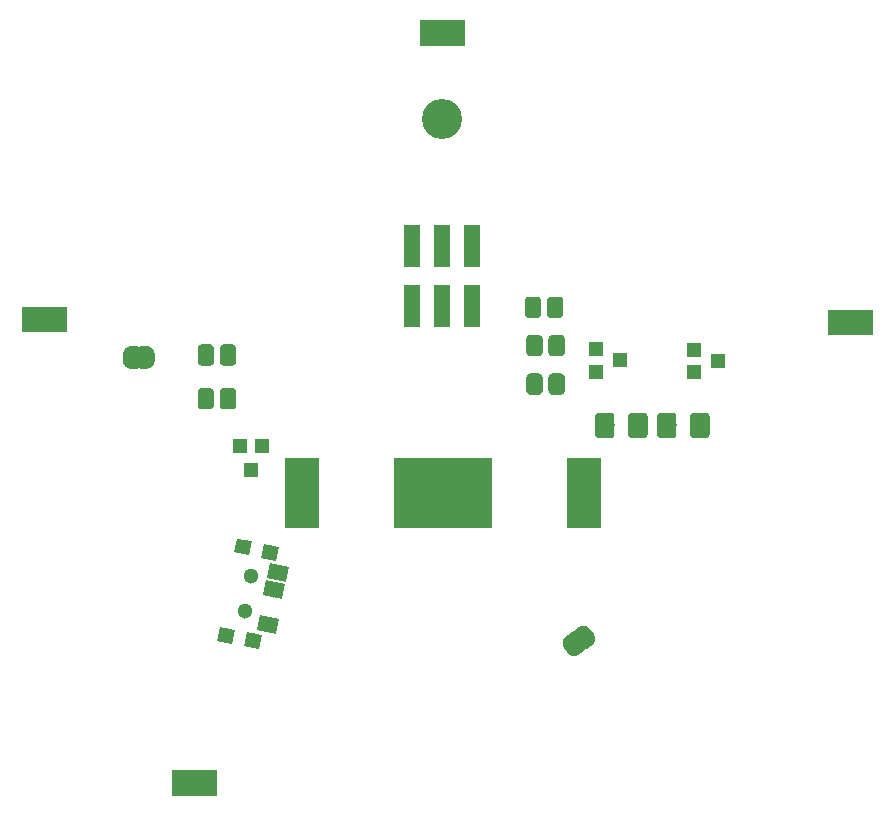
<source format=gbr>
G04 #@! TF.GenerationSoftware,KiCad,Pcbnew,5.1.2*
G04 #@! TF.CreationDate,2019-07-09T10:52:45-05:00*
G04 #@! TF.ProjectId,PartyStar,50617274-7953-4746-9172-2e6b69636164,rev?*
G04 #@! TF.SameCoordinates,Original*
G04 #@! TF.FileFunction,Soldermask,Bot*
G04 #@! TF.FilePolarity,Negative*
%FSLAX46Y46*%
G04 Gerber Fmt 4.6, Leading zero omitted, Abs format (unit mm)*
G04 Created by KiCad (PCBNEW 5.1.2) date 2019-07-09 10:52:45*
%MOMM*%
%LPD*%
G04 APERTURE LIST*
%ADD10C,0.100000*%
%ADD11C,3.400000*%
%ADD12R,8.400000X5.960000*%
%ADD13R,3.000000X5.960000*%
%ADD14C,1.650000*%
%ADD15C,1.375000*%
%ADD16R,1.400000X3.550000*%
%ADD17C,0.500000*%
%ADD18R,1.300000X1.200000*%
%ADD19R,1.200000X1.300000*%
%ADD20C,1.200000*%
%ADD21C,1.300000*%
G04 APERTURE END LIST*
D10*
G36*
X125800000Y-135950000D02*
G01*
X122100000Y-135950000D01*
X122100000Y-138050000D01*
X125800000Y-138050000D01*
X125800000Y-135950000D01*
G37*
X125800000Y-135950000D02*
X122100000Y-135950000D01*
X122100000Y-138050000D01*
X125800000Y-138050000D01*
X125800000Y-135950000D01*
G36*
X109350000Y-98800000D02*
G01*
X113050000Y-98800000D01*
X113050000Y-96700000D01*
X109350000Y-96700000D01*
X109350000Y-98800000D01*
G37*
X109350000Y-98800000D02*
X113050000Y-98800000D01*
X113050000Y-96700000D01*
X109350000Y-96700000D01*
X109350000Y-98800000D01*
G36*
X143100000Y-74550000D02*
G01*
X146800000Y-74550000D01*
X146800000Y-72450000D01*
X143100000Y-72450000D01*
X143100000Y-74550000D01*
G37*
X143100000Y-74550000D02*
X146800000Y-74550000D01*
X146800000Y-72450000D01*
X143100000Y-72450000D01*
X143100000Y-74550000D01*
G36*
X177600000Y-99050000D02*
G01*
X181300000Y-99050000D01*
X181300000Y-96950000D01*
X177600000Y-96950000D01*
X177600000Y-99050000D01*
G37*
X177600000Y-99050000D02*
X181300000Y-99050000D01*
X181300000Y-96950000D01*
X177600000Y-96950000D01*
X177600000Y-99050000D01*
D11*
X144900000Y-80800000D03*
D12*
X145000000Y-112500000D03*
D13*
X156905000Y-112500000D03*
X133095000Y-112500000D03*
D10*
G36*
X162027346Y-105676589D02*
G01*
X162059380Y-105681341D01*
X162090794Y-105689210D01*
X162121286Y-105700120D01*
X162150561Y-105713966D01*
X162178338Y-105730615D01*
X162204350Y-105749907D01*
X162228345Y-105771655D01*
X162250093Y-105795650D01*
X162269385Y-105821662D01*
X162286034Y-105849439D01*
X162299880Y-105878714D01*
X162310790Y-105909206D01*
X162318659Y-105940620D01*
X162323411Y-105972654D01*
X162325000Y-106005000D01*
X162325000Y-107495000D01*
X162323411Y-107527346D01*
X162318659Y-107559380D01*
X162310790Y-107590794D01*
X162299880Y-107621286D01*
X162286034Y-107650561D01*
X162269385Y-107678338D01*
X162250093Y-107704350D01*
X162228345Y-107728345D01*
X162204350Y-107750093D01*
X162178338Y-107769385D01*
X162150561Y-107786034D01*
X162121286Y-107799880D01*
X162090794Y-107810790D01*
X162059380Y-107818659D01*
X162027346Y-107823411D01*
X161995000Y-107825000D01*
X161005000Y-107825000D01*
X160972654Y-107823411D01*
X160940620Y-107818659D01*
X160909206Y-107810790D01*
X160878714Y-107799880D01*
X160849439Y-107786034D01*
X160821662Y-107769385D01*
X160795650Y-107750093D01*
X160771655Y-107728345D01*
X160749907Y-107704350D01*
X160730615Y-107678338D01*
X160713966Y-107650561D01*
X160700120Y-107621286D01*
X160689210Y-107590794D01*
X160681341Y-107559380D01*
X160676589Y-107527346D01*
X160675000Y-107495000D01*
X160675000Y-106005000D01*
X160676589Y-105972654D01*
X160681341Y-105940620D01*
X160689210Y-105909206D01*
X160700120Y-105878714D01*
X160713966Y-105849439D01*
X160730615Y-105821662D01*
X160749907Y-105795650D01*
X160771655Y-105771655D01*
X160795650Y-105749907D01*
X160821662Y-105730615D01*
X160849439Y-105713966D01*
X160878714Y-105700120D01*
X160909206Y-105689210D01*
X160940620Y-105681341D01*
X160972654Y-105676589D01*
X161005000Y-105675000D01*
X161995000Y-105675000D01*
X162027346Y-105676589D01*
X162027346Y-105676589D01*
G37*
D14*
X161500000Y-106750000D03*
D10*
G36*
X159227346Y-105676589D02*
G01*
X159259380Y-105681341D01*
X159290794Y-105689210D01*
X159321286Y-105700120D01*
X159350561Y-105713966D01*
X159378338Y-105730615D01*
X159404350Y-105749907D01*
X159428345Y-105771655D01*
X159450093Y-105795650D01*
X159469385Y-105821662D01*
X159486034Y-105849439D01*
X159499880Y-105878714D01*
X159510790Y-105909206D01*
X159518659Y-105940620D01*
X159523411Y-105972654D01*
X159525000Y-106005000D01*
X159525000Y-107495000D01*
X159523411Y-107527346D01*
X159518659Y-107559380D01*
X159510790Y-107590794D01*
X159499880Y-107621286D01*
X159486034Y-107650561D01*
X159469385Y-107678338D01*
X159450093Y-107704350D01*
X159428345Y-107728345D01*
X159404350Y-107750093D01*
X159378338Y-107769385D01*
X159350561Y-107786034D01*
X159321286Y-107799880D01*
X159290794Y-107810790D01*
X159259380Y-107818659D01*
X159227346Y-107823411D01*
X159195000Y-107825000D01*
X158205000Y-107825000D01*
X158172654Y-107823411D01*
X158140620Y-107818659D01*
X158109206Y-107810790D01*
X158078714Y-107799880D01*
X158049439Y-107786034D01*
X158021662Y-107769385D01*
X157995650Y-107750093D01*
X157971655Y-107728345D01*
X157949907Y-107704350D01*
X157930615Y-107678338D01*
X157913966Y-107650561D01*
X157900120Y-107621286D01*
X157889210Y-107590794D01*
X157881341Y-107559380D01*
X157876589Y-107527346D01*
X157875000Y-107495000D01*
X157875000Y-106005000D01*
X157876589Y-105972654D01*
X157881341Y-105940620D01*
X157889210Y-105909206D01*
X157900120Y-105878714D01*
X157913966Y-105849439D01*
X157930615Y-105821662D01*
X157949907Y-105795650D01*
X157971655Y-105771655D01*
X157995650Y-105749907D01*
X158021662Y-105730615D01*
X158049439Y-105713966D01*
X158078714Y-105700120D01*
X158109206Y-105689210D01*
X158140620Y-105681341D01*
X158172654Y-105676589D01*
X158205000Y-105675000D01*
X159195000Y-105675000D01*
X159227346Y-105676589D01*
X159227346Y-105676589D01*
G37*
D14*
X158700000Y-106750000D03*
D10*
G36*
X167277346Y-105676589D02*
G01*
X167309380Y-105681341D01*
X167340794Y-105689210D01*
X167371286Y-105700120D01*
X167400561Y-105713966D01*
X167428338Y-105730615D01*
X167454350Y-105749907D01*
X167478345Y-105771655D01*
X167500093Y-105795650D01*
X167519385Y-105821662D01*
X167536034Y-105849439D01*
X167549880Y-105878714D01*
X167560790Y-105909206D01*
X167568659Y-105940620D01*
X167573411Y-105972654D01*
X167575000Y-106005000D01*
X167575000Y-107495000D01*
X167573411Y-107527346D01*
X167568659Y-107559380D01*
X167560790Y-107590794D01*
X167549880Y-107621286D01*
X167536034Y-107650561D01*
X167519385Y-107678338D01*
X167500093Y-107704350D01*
X167478345Y-107728345D01*
X167454350Y-107750093D01*
X167428338Y-107769385D01*
X167400561Y-107786034D01*
X167371286Y-107799880D01*
X167340794Y-107810790D01*
X167309380Y-107818659D01*
X167277346Y-107823411D01*
X167245000Y-107825000D01*
X166255000Y-107825000D01*
X166222654Y-107823411D01*
X166190620Y-107818659D01*
X166159206Y-107810790D01*
X166128714Y-107799880D01*
X166099439Y-107786034D01*
X166071662Y-107769385D01*
X166045650Y-107750093D01*
X166021655Y-107728345D01*
X165999907Y-107704350D01*
X165980615Y-107678338D01*
X165963966Y-107650561D01*
X165950120Y-107621286D01*
X165939210Y-107590794D01*
X165931341Y-107559380D01*
X165926589Y-107527346D01*
X165925000Y-107495000D01*
X165925000Y-106005000D01*
X165926589Y-105972654D01*
X165931341Y-105940620D01*
X165939210Y-105909206D01*
X165950120Y-105878714D01*
X165963966Y-105849439D01*
X165980615Y-105821662D01*
X165999907Y-105795650D01*
X166021655Y-105771655D01*
X166045650Y-105749907D01*
X166071662Y-105730615D01*
X166099439Y-105713966D01*
X166128714Y-105700120D01*
X166159206Y-105689210D01*
X166190620Y-105681341D01*
X166222654Y-105676589D01*
X166255000Y-105675000D01*
X167245000Y-105675000D01*
X167277346Y-105676589D01*
X167277346Y-105676589D01*
G37*
D14*
X166750000Y-106750000D03*
D10*
G36*
X164477346Y-105676589D02*
G01*
X164509380Y-105681341D01*
X164540794Y-105689210D01*
X164571286Y-105700120D01*
X164600561Y-105713966D01*
X164628338Y-105730615D01*
X164654350Y-105749907D01*
X164678345Y-105771655D01*
X164700093Y-105795650D01*
X164719385Y-105821662D01*
X164736034Y-105849439D01*
X164749880Y-105878714D01*
X164760790Y-105909206D01*
X164768659Y-105940620D01*
X164773411Y-105972654D01*
X164775000Y-106005000D01*
X164775000Y-107495000D01*
X164773411Y-107527346D01*
X164768659Y-107559380D01*
X164760790Y-107590794D01*
X164749880Y-107621286D01*
X164736034Y-107650561D01*
X164719385Y-107678338D01*
X164700093Y-107704350D01*
X164678345Y-107728345D01*
X164654350Y-107750093D01*
X164628338Y-107769385D01*
X164600561Y-107786034D01*
X164571286Y-107799880D01*
X164540794Y-107810790D01*
X164509380Y-107818659D01*
X164477346Y-107823411D01*
X164445000Y-107825000D01*
X163455000Y-107825000D01*
X163422654Y-107823411D01*
X163390620Y-107818659D01*
X163359206Y-107810790D01*
X163328714Y-107799880D01*
X163299439Y-107786034D01*
X163271662Y-107769385D01*
X163245650Y-107750093D01*
X163221655Y-107728345D01*
X163199907Y-107704350D01*
X163180615Y-107678338D01*
X163163966Y-107650561D01*
X163150120Y-107621286D01*
X163139210Y-107590794D01*
X163131341Y-107559380D01*
X163126589Y-107527346D01*
X163125000Y-107495000D01*
X163125000Y-106005000D01*
X163126589Y-105972654D01*
X163131341Y-105940620D01*
X163139210Y-105909206D01*
X163150120Y-105878714D01*
X163163966Y-105849439D01*
X163180615Y-105821662D01*
X163199907Y-105795650D01*
X163221655Y-105771655D01*
X163245650Y-105749907D01*
X163271662Y-105730615D01*
X163299439Y-105713966D01*
X163328714Y-105700120D01*
X163359206Y-105689210D01*
X163390620Y-105681341D01*
X163422654Y-105676589D01*
X163455000Y-105675000D01*
X164445000Y-105675000D01*
X164477346Y-105676589D01*
X164477346Y-105676589D01*
G37*
D14*
X163950000Y-106750000D03*
D10*
G36*
X125377443Y-136101655D02*
G01*
X125410812Y-136106605D01*
X125443535Y-136114802D01*
X125475297Y-136126166D01*
X125505793Y-136140590D01*
X125534727Y-136157932D01*
X125561823Y-136178028D01*
X125586818Y-136200682D01*
X125609472Y-136225677D01*
X125629568Y-136252773D01*
X125646910Y-136281707D01*
X125661334Y-136312203D01*
X125672698Y-136343965D01*
X125680895Y-136376688D01*
X125685845Y-136410057D01*
X125687500Y-136443750D01*
X125687500Y-137556250D01*
X125685845Y-137589943D01*
X125680895Y-137623312D01*
X125672698Y-137656035D01*
X125661334Y-137687797D01*
X125646910Y-137718293D01*
X125629568Y-137747227D01*
X125609472Y-137774323D01*
X125586818Y-137799318D01*
X125561823Y-137821972D01*
X125534727Y-137842068D01*
X125505793Y-137859410D01*
X125475297Y-137873834D01*
X125443535Y-137885198D01*
X125410812Y-137893395D01*
X125377443Y-137898345D01*
X125343750Y-137900000D01*
X124656250Y-137900000D01*
X124622557Y-137898345D01*
X124589188Y-137893395D01*
X124556465Y-137885198D01*
X124524703Y-137873834D01*
X124494207Y-137859410D01*
X124465273Y-137842068D01*
X124438177Y-137821972D01*
X124413182Y-137799318D01*
X124390528Y-137774323D01*
X124370432Y-137747227D01*
X124353090Y-137718293D01*
X124338666Y-137687797D01*
X124327302Y-137656035D01*
X124319105Y-137623312D01*
X124314155Y-137589943D01*
X124312500Y-137556250D01*
X124312500Y-136443750D01*
X124314155Y-136410057D01*
X124319105Y-136376688D01*
X124327302Y-136343965D01*
X124338666Y-136312203D01*
X124353090Y-136281707D01*
X124370432Y-136252773D01*
X124390528Y-136225677D01*
X124413182Y-136200682D01*
X124438177Y-136178028D01*
X124465273Y-136157932D01*
X124494207Y-136140590D01*
X124524703Y-136126166D01*
X124556465Y-136114802D01*
X124589188Y-136106605D01*
X124622557Y-136101655D01*
X124656250Y-136100000D01*
X125343750Y-136100000D01*
X125377443Y-136101655D01*
X125377443Y-136101655D01*
G37*
D15*
X125000000Y-137000000D03*
D10*
G36*
X123277443Y-136101655D02*
G01*
X123310812Y-136106605D01*
X123343535Y-136114802D01*
X123375297Y-136126166D01*
X123405793Y-136140590D01*
X123434727Y-136157932D01*
X123461823Y-136178028D01*
X123486818Y-136200682D01*
X123509472Y-136225677D01*
X123529568Y-136252773D01*
X123546910Y-136281707D01*
X123561334Y-136312203D01*
X123572698Y-136343965D01*
X123580895Y-136376688D01*
X123585845Y-136410057D01*
X123587500Y-136443750D01*
X123587500Y-137556250D01*
X123585845Y-137589943D01*
X123580895Y-137623312D01*
X123572698Y-137656035D01*
X123561334Y-137687797D01*
X123546910Y-137718293D01*
X123529568Y-137747227D01*
X123509472Y-137774323D01*
X123486818Y-137799318D01*
X123461823Y-137821972D01*
X123434727Y-137842068D01*
X123405793Y-137859410D01*
X123375297Y-137873834D01*
X123343535Y-137885198D01*
X123310812Y-137893395D01*
X123277443Y-137898345D01*
X123243750Y-137900000D01*
X122556250Y-137900000D01*
X122522557Y-137898345D01*
X122489188Y-137893395D01*
X122456465Y-137885198D01*
X122424703Y-137873834D01*
X122394207Y-137859410D01*
X122365273Y-137842068D01*
X122338177Y-137821972D01*
X122313182Y-137799318D01*
X122290528Y-137774323D01*
X122270432Y-137747227D01*
X122253090Y-137718293D01*
X122238666Y-137687797D01*
X122227302Y-137656035D01*
X122219105Y-137623312D01*
X122214155Y-137589943D01*
X122212500Y-137556250D01*
X122212500Y-136443750D01*
X122214155Y-136410057D01*
X122219105Y-136376688D01*
X122227302Y-136343965D01*
X122238666Y-136312203D01*
X122253090Y-136281707D01*
X122270432Y-136252773D01*
X122290528Y-136225677D01*
X122313182Y-136200682D01*
X122338177Y-136178028D01*
X122365273Y-136157932D01*
X122394207Y-136140590D01*
X122424703Y-136126166D01*
X122456465Y-136114802D01*
X122489188Y-136106605D01*
X122522557Y-136101655D01*
X122556250Y-136100000D01*
X123243750Y-136100000D01*
X123277443Y-136101655D01*
X123277443Y-136101655D01*
G37*
D15*
X122900000Y-137000000D03*
D10*
G36*
X110527443Y-96851655D02*
G01*
X110560812Y-96856605D01*
X110593535Y-96864802D01*
X110625297Y-96876166D01*
X110655793Y-96890590D01*
X110684727Y-96907932D01*
X110711823Y-96928028D01*
X110736818Y-96950682D01*
X110759472Y-96975677D01*
X110779568Y-97002773D01*
X110796910Y-97031707D01*
X110811334Y-97062203D01*
X110822698Y-97093965D01*
X110830895Y-97126688D01*
X110835845Y-97160057D01*
X110837500Y-97193750D01*
X110837500Y-98306250D01*
X110835845Y-98339943D01*
X110830895Y-98373312D01*
X110822698Y-98406035D01*
X110811334Y-98437797D01*
X110796910Y-98468293D01*
X110779568Y-98497227D01*
X110759472Y-98524323D01*
X110736818Y-98549318D01*
X110711823Y-98571972D01*
X110684727Y-98592068D01*
X110655793Y-98609410D01*
X110625297Y-98623834D01*
X110593535Y-98635198D01*
X110560812Y-98643395D01*
X110527443Y-98648345D01*
X110493750Y-98650000D01*
X109806250Y-98650000D01*
X109772557Y-98648345D01*
X109739188Y-98643395D01*
X109706465Y-98635198D01*
X109674703Y-98623834D01*
X109644207Y-98609410D01*
X109615273Y-98592068D01*
X109588177Y-98571972D01*
X109563182Y-98549318D01*
X109540528Y-98524323D01*
X109520432Y-98497227D01*
X109503090Y-98468293D01*
X109488666Y-98437797D01*
X109477302Y-98406035D01*
X109469105Y-98373312D01*
X109464155Y-98339943D01*
X109462500Y-98306250D01*
X109462500Y-97193750D01*
X109464155Y-97160057D01*
X109469105Y-97126688D01*
X109477302Y-97093965D01*
X109488666Y-97062203D01*
X109503090Y-97031707D01*
X109520432Y-97002773D01*
X109540528Y-96975677D01*
X109563182Y-96950682D01*
X109588177Y-96928028D01*
X109615273Y-96907932D01*
X109644207Y-96890590D01*
X109674703Y-96876166D01*
X109706465Y-96864802D01*
X109739188Y-96856605D01*
X109772557Y-96851655D01*
X109806250Y-96850000D01*
X110493750Y-96850000D01*
X110527443Y-96851655D01*
X110527443Y-96851655D01*
G37*
D15*
X110150000Y-97750000D03*
D10*
G36*
X112627443Y-96851655D02*
G01*
X112660812Y-96856605D01*
X112693535Y-96864802D01*
X112725297Y-96876166D01*
X112755793Y-96890590D01*
X112784727Y-96907932D01*
X112811823Y-96928028D01*
X112836818Y-96950682D01*
X112859472Y-96975677D01*
X112879568Y-97002773D01*
X112896910Y-97031707D01*
X112911334Y-97062203D01*
X112922698Y-97093965D01*
X112930895Y-97126688D01*
X112935845Y-97160057D01*
X112937500Y-97193750D01*
X112937500Y-98306250D01*
X112935845Y-98339943D01*
X112930895Y-98373312D01*
X112922698Y-98406035D01*
X112911334Y-98437797D01*
X112896910Y-98468293D01*
X112879568Y-98497227D01*
X112859472Y-98524323D01*
X112836818Y-98549318D01*
X112811823Y-98571972D01*
X112784727Y-98592068D01*
X112755793Y-98609410D01*
X112725297Y-98623834D01*
X112693535Y-98635198D01*
X112660812Y-98643395D01*
X112627443Y-98648345D01*
X112593750Y-98650000D01*
X111906250Y-98650000D01*
X111872557Y-98648345D01*
X111839188Y-98643395D01*
X111806465Y-98635198D01*
X111774703Y-98623834D01*
X111744207Y-98609410D01*
X111715273Y-98592068D01*
X111688177Y-98571972D01*
X111663182Y-98549318D01*
X111640528Y-98524323D01*
X111620432Y-98497227D01*
X111603090Y-98468293D01*
X111588666Y-98437797D01*
X111577302Y-98406035D01*
X111569105Y-98373312D01*
X111564155Y-98339943D01*
X111562500Y-98306250D01*
X111562500Y-97193750D01*
X111564155Y-97160057D01*
X111569105Y-97126688D01*
X111577302Y-97093965D01*
X111588666Y-97062203D01*
X111603090Y-97031707D01*
X111620432Y-97002773D01*
X111640528Y-96975677D01*
X111663182Y-96950682D01*
X111688177Y-96928028D01*
X111715273Y-96907932D01*
X111744207Y-96890590D01*
X111774703Y-96876166D01*
X111806465Y-96864802D01*
X111839188Y-96856605D01*
X111872557Y-96851655D01*
X111906250Y-96850000D01*
X112593750Y-96850000D01*
X112627443Y-96851655D01*
X112627443Y-96851655D01*
G37*
D15*
X112250000Y-97750000D03*
D10*
G36*
X146377443Y-72601655D02*
G01*
X146410812Y-72606605D01*
X146443535Y-72614802D01*
X146475297Y-72626166D01*
X146505793Y-72640590D01*
X146534727Y-72657932D01*
X146561823Y-72678028D01*
X146586818Y-72700682D01*
X146609472Y-72725677D01*
X146629568Y-72752773D01*
X146646910Y-72781707D01*
X146661334Y-72812203D01*
X146672698Y-72843965D01*
X146680895Y-72876688D01*
X146685845Y-72910057D01*
X146687500Y-72943750D01*
X146687500Y-74056250D01*
X146685845Y-74089943D01*
X146680895Y-74123312D01*
X146672698Y-74156035D01*
X146661334Y-74187797D01*
X146646910Y-74218293D01*
X146629568Y-74247227D01*
X146609472Y-74274323D01*
X146586818Y-74299318D01*
X146561823Y-74321972D01*
X146534727Y-74342068D01*
X146505793Y-74359410D01*
X146475297Y-74373834D01*
X146443535Y-74385198D01*
X146410812Y-74393395D01*
X146377443Y-74398345D01*
X146343750Y-74400000D01*
X145656250Y-74400000D01*
X145622557Y-74398345D01*
X145589188Y-74393395D01*
X145556465Y-74385198D01*
X145524703Y-74373834D01*
X145494207Y-74359410D01*
X145465273Y-74342068D01*
X145438177Y-74321972D01*
X145413182Y-74299318D01*
X145390528Y-74274323D01*
X145370432Y-74247227D01*
X145353090Y-74218293D01*
X145338666Y-74187797D01*
X145327302Y-74156035D01*
X145319105Y-74123312D01*
X145314155Y-74089943D01*
X145312500Y-74056250D01*
X145312500Y-72943750D01*
X145314155Y-72910057D01*
X145319105Y-72876688D01*
X145327302Y-72843965D01*
X145338666Y-72812203D01*
X145353090Y-72781707D01*
X145370432Y-72752773D01*
X145390528Y-72725677D01*
X145413182Y-72700682D01*
X145438177Y-72678028D01*
X145465273Y-72657932D01*
X145494207Y-72640590D01*
X145524703Y-72626166D01*
X145556465Y-72614802D01*
X145589188Y-72606605D01*
X145622557Y-72601655D01*
X145656250Y-72600000D01*
X146343750Y-72600000D01*
X146377443Y-72601655D01*
X146377443Y-72601655D01*
G37*
D15*
X146000000Y-73500000D03*
D10*
G36*
X144277443Y-72601655D02*
G01*
X144310812Y-72606605D01*
X144343535Y-72614802D01*
X144375297Y-72626166D01*
X144405793Y-72640590D01*
X144434727Y-72657932D01*
X144461823Y-72678028D01*
X144486818Y-72700682D01*
X144509472Y-72725677D01*
X144529568Y-72752773D01*
X144546910Y-72781707D01*
X144561334Y-72812203D01*
X144572698Y-72843965D01*
X144580895Y-72876688D01*
X144585845Y-72910057D01*
X144587500Y-72943750D01*
X144587500Y-74056250D01*
X144585845Y-74089943D01*
X144580895Y-74123312D01*
X144572698Y-74156035D01*
X144561334Y-74187797D01*
X144546910Y-74218293D01*
X144529568Y-74247227D01*
X144509472Y-74274323D01*
X144486818Y-74299318D01*
X144461823Y-74321972D01*
X144434727Y-74342068D01*
X144405793Y-74359410D01*
X144375297Y-74373834D01*
X144343535Y-74385198D01*
X144310812Y-74393395D01*
X144277443Y-74398345D01*
X144243750Y-74400000D01*
X143556250Y-74400000D01*
X143522557Y-74398345D01*
X143489188Y-74393395D01*
X143456465Y-74385198D01*
X143424703Y-74373834D01*
X143394207Y-74359410D01*
X143365273Y-74342068D01*
X143338177Y-74321972D01*
X143313182Y-74299318D01*
X143290528Y-74274323D01*
X143270432Y-74247227D01*
X143253090Y-74218293D01*
X143238666Y-74187797D01*
X143227302Y-74156035D01*
X143219105Y-74123312D01*
X143214155Y-74089943D01*
X143212500Y-74056250D01*
X143212500Y-72943750D01*
X143214155Y-72910057D01*
X143219105Y-72876688D01*
X143227302Y-72843965D01*
X143238666Y-72812203D01*
X143253090Y-72781707D01*
X143270432Y-72752773D01*
X143290528Y-72725677D01*
X143313182Y-72700682D01*
X143338177Y-72678028D01*
X143365273Y-72657932D01*
X143394207Y-72640590D01*
X143424703Y-72626166D01*
X143456465Y-72614802D01*
X143489188Y-72606605D01*
X143522557Y-72601655D01*
X143556250Y-72600000D01*
X144243750Y-72600000D01*
X144277443Y-72601655D01*
X144277443Y-72601655D01*
G37*
D15*
X143900000Y-73500000D03*
D10*
G36*
X180877443Y-97101655D02*
G01*
X180910812Y-97106605D01*
X180943535Y-97114802D01*
X180975297Y-97126166D01*
X181005793Y-97140590D01*
X181034727Y-97157932D01*
X181061823Y-97178028D01*
X181086818Y-97200682D01*
X181109472Y-97225677D01*
X181129568Y-97252773D01*
X181146910Y-97281707D01*
X181161334Y-97312203D01*
X181172698Y-97343965D01*
X181180895Y-97376688D01*
X181185845Y-97410057D01*
X181187500Y-97443750D01*
X181187500Y-98556250D01*
X181185845Y-98589943D01*
X181180895Y-98623312D01*
X181172698Y-98656035D01*
X181161334Y-98687797D01*
X181146910Y-98718293D01*
X181129568Y-98747227D01*
X181109472Y-98774323D01*
X181086818Y-98799318D01*
X181061823Y-98821972D01*
X181034727Y-98842068D01*
X181005793Y-98859410D01*
X180975297Y-98873834D01*
X180943535Y-98885198D01*
X180910812Y-98893395D01*
X180877443Y-98898345D01*
X180843750Y-98900000D01*
X180156250Y-98900000D01*
X180122557Y-98898345D01*
X180089188Y-98893395D01*
X180056465Y-98885198D01*
X180024703Y-98873834D01*
X179994207Y-98859410D01*
X179965273Y-98842068D01*
X179938177Y-98821972D01*
X179913182Y-98799318D01*
X179890528Y-98774323D01*
X179870432Y-98747227D01*
X179853090Y-98718293D01*
X179838666Y-98687797D01*
X179827302Y-98656035D01*
X179819105Y-98623312D01*
X179814155Y-98589943D01*
X179812500Y-98556250D01*
X179812500Y-97443750D01*
X179814155Y-97410057D01*
X179819105Y-97376688D01*
X179827302Y-97343965D01*
X179838666Y-97312203D01*
X179853090Y-97281707D01*
X179870432Y-97252773D01*
X179890528Y-97225677D01*
X179913182Y-97200682D01*
X179938177Y-97178028D01*
X179965273Y-97157932D01*
X179994207Y-97140590D01*
X180024703Y-97126166D01*
X180056465Y-97114802D01*
X180089188Y-97106605D01*
X180122557Y-97101655D01*
X180156250Y-97100000D01*
X180843750Y-97100000D01*
X180877443Y-97101655D01*
X180877443Y-97101655D01*
G37*
D15*
X180500000Y-98000000D03*
D10*
G36*
X178777443Y-97101655D02*
G01*
X178810812Y-97106605D01*
X178843535Y-97114802D01*
X178875297Y-97126166D01*
X178905793Y-97140590D01*
X178934727Y-97157932D01*
X178961823Y-97178028D01*
X178986818Y-97200682D01*
X179009472Y-97225677D01*
X179029568Y-97252773D01*
X179046910Y-97281707D01*
X179061334Y-97312203D01*
X179072698Y-97343965D01*
X179080895Y-97376688D01*
X179085845Y-97410057D01*
X179087500Y-97443750D01*
X179087500Y-98556250D01*
X179085845Y-98589943D01*
X179080895Y-98623312D01*
X179072698Y-98656035D01*
X179061334Y-98687797D01*
X179046910Y-98718293D01*
X179029568Y-98747227D01*
X179009472Y-98774323D01*
X178986818Y-98799318D01*
X178961823Y-98821972D01*
X178934727Y-98842068D01*
X178905793Y-98859410D01*
X178875297Y-98873834D01*
X178843535Y-98885198D01*
X178810812Y-98893395D01*
X178777443Y-98898345D01*
X178743750Y-98900000D01*
X178056250Y-98900000D01*
X178022557Y-98898345D01*
X177989188Y-98893395D01*
X177956465Y-98885198D01*
X177924703Y-98873834D01*
X177894207Y-98859410D01*
X177865273Y-98842068D01*
X177838177Y-98821972D01*
X177813182Y-98799318D01*
X177790528Y-98774323D01*
X177770432Y-98747227D01*
X177753090Y-98718293D01*
X177738666Y-98687797D01*
X177727302Y-98656035D01*
X177719105Y-98623312D01*
X177714155Y-98589943D01*
X177712500Y-98556250D01*
X177712500Y-97443750D01*
X177714155Y-97410057D01*
X177719105Y-97376688D01*
X177727302Y-97343965D01*
X177738666Y-97312203D01*
X177753090Y-97281707D01*
X177770432Y-97252773D01*
X177790528Y-97225677D01*
X177813182Y-97200682D01*
X177838177Y-97178028D01*
X177865273Y-97157932D01*
X177894207Y-97140590D01*
X177924703Y-97126166D01*
X177956465Y-97114802D01*
X177989188Y-97106605D01*
X178022557Y-97101655D01*
X178056250Y-97100000D01*
X178743750Y-97100000D01*
X178777443Y-97101655D01*
X178777443Y-97101655D01*
G37*
D15*
X178400000Y-98000000D03*
D16*
X142360000Y-91575000D03*
X142360000Y-96625000D03*
X144900000Y-91575000D03*
X144900000Y-96625000D03*
X147440000Y-91575000D03*
X147440000Y-96625000D03*
D17*
X155967551Y-125372825D03*
D10*
G36*
X155866395Y-124288611D02*
G01*
X155903657Y-124276413D01*
X155942582Y-124271720D01*
X155981674Y-124274712D01*
X156019432Y-124285271D01*
X156054405Y-124302994D01*
X156085247Y-124327200D01*
X156110775Y-124356957D01*
X156971140Y-125585686D01*
X156990372Y-125619851D01*
X157002569Y-125657113D01*
X157007262Y-125696038D01*
X157004270Y-125735130D01*
X156993711Y-125772889D01*
X156975988Y-125807861D01*
X156951782Y-125838703D01*
X156922025Y-125864231D01*
X156512449Y-126151019D01*
X156507097Y-126154032D01*
X156492006Y-126164598D01*
X156475394Y-126175055D01*
X156432635Y-126199123D01*
X156415084Y-126207898D01*
X156370172Y-126227660D01*
X156351837Y-126234675D01*
X156305204Y-126249940D01*
X156286277Y-126255122D01*
X156238372Y-126265743D01*
X156219019Y-126269046D01*
X156170304Y-126274918D01*
X156150734Y-126276309D01*
X156101678Y-126277380D01*
X156082053Y-126276845D01*
X156033129Y-126273101D01*
X156013658Y-126270645D01*
X155965334Y-126262124D01*
X155946198Y-126257773D01*
X155898944Y-126244558D01*
X155880319Y-126238348D01*
X155834588Y-126220563D01*
X155816674Y-126212564D01*
X155772905Y-126190384D01*
X155755849Y-126180661D01*
X155714466Y-126154296D01*
X155698452Y-126142953D01*
X155659852Y-126112660D01*
X155645022Y-126099796D01*
X155609578Y-126065865D01*
X155596087Y-126051617D01*
X155564138Y-126014376D01*
X155552104Y-125998868D01*
X155541538Y-125983778D01*
X155537539Y-125979117D01*
X155250750Y-125569540D01*
X155247738Y-125564189D01*
X155237171Y-125549098D01*
X155226715Y-125532485D01*
X155202647Y-125489727D01*
X155193872Y-125472176D01*
X155174110Y-125427264D01*
X155167095Y-125408929D01*
X155151830Y-125362296D01*
X155146648Y-125343369D01*
X155136027Y-125295464D01*
X155132724Y-125276110D01*
X155126851Y-125227396D01*
X155125461Y-125207826D01*
X155124390Y-125158770D01*
X155124925Y-125139145D01*
X155128669Y-125090221D01*
X155131125Y-125070750D01*
X155139645Y-125022426D01*
X155143997Y-125003289D01*
X155157212Y-124956036D01*
X155163422Y-124937411D01*
X155181206Y-124891680D01*
X155189206Y-124873765D01*
X155211386Y-124829997D01*
X155221109Y-124812941D01*
X155247474Y-124771557D01*
X155258817Y-124755544D01*
X155289110Y-124716944D01*
X155301974Y-124702114D01*
X155335905Y-124666670D01*
X155350153Y-124653179D01*
X155387394Y-124621230D01*
X155402902Y-124609196D01*
X155417992Y-124598629D01*
X155422653Y-124594631D01*
X155832229Y-124307842D01*
X155866395Y-124288611D01*
X155866395Y-124288611D01*
G37*
D17*
X157032449Y-124627175D03*
D10*
G36*
X156492903Y-123845968D02*
G01*
X156507994Y-123835402D01*
X156524606Y-123824945D01*
X156567365Y-123800877D01*
X156584916Y-123792102D01*
X156629828Y-123772340D01*
X156648163Y-123765325D01*
X156694796Y-123750060D01*
X156713723Y-123744878D01*
X156761628Y-123734257D01*
X156780981Y-123730954D01*
X156829696Y-123725082D01*
X156849266Y-123723691D01*
X156898322Y-123722620D01*
X156917947Y-123723155D01*
X156966871Y-123726899D01*
X156986342Y-123729355D01*
X157034666Y-123737876D01*
X157053802Y-123742227D01*
X157101056Y-123755442D01*
X157119681Y-123761652D01*
X157165412Y-123779437D01*
X157183326Y-123787436D01*
X157227095Y-123809616D01*
X157244151Y-123819339D01*
X157285534Y-123845704D01*
X157301548Y-123857047D01*
X157340148Y-123887340D01*
X157354978Y-123900204D01*
X157390422Y-123934135D01*
X157403913Y-123948383D01*
X157435862Y-123985624D01*
X157447896Y-124001132D01*
X157458462Y-124016222D01*
X157462461Y-124020883D01*
X157749250Y-124430460D01*
X157752262Y-124435811D01*
X157762829Y-124450902D01*
X157773285Y-124467515D01*
X157797353Y-124510273D01*
X157806128Y-124527824D01*
X157825890Y-124572736D01*
X157832905Y-124591071D01*
X157848170Y-124637704D01*
X157853352Y-124656631D01*
X157863973Y-124704536D01*
X157867276Y-124723890D01*
X157873149Y-124772604D01*
X157874539Y-124792174D01*
X157875610Y-124841230D01*
X157875075Y-124860855D01*
X157871331Y-124909779D01*
X157868875Y-124929250D01*
X157860355Y-124977574D01*
X157856003Y-124996711D01*
X157842788Y-125043964D01*
X157836578Y-125062589D01*
X157818794Y-125108320D01*
X157810794Y-125126235D01*
X157788614Y-125170003D01*
X157778891Y-125187059D01*
X157752526Y-125228443D01*
X157741183Y-125244456D01*
X157710890Y-125283056D01*
X157698026Y-125297886D01*
X157664095Y-125333330D01*
X157649847Y-125346821D01*
X157612606Y-125378770D01*
X157597098Y-125390804D01*
X157582008Y-125401371D01*
X157577347Y-125405369D01*
X157167771Y-125692158D01*
X157133605Y-125711389D01*
X157096343Y-125723587D01*
X157057418Y-125728280D01*
X157018326Y-125725288D01*
X156980568Y-125714729D01*
X156945595Y-125697006D01*
X156914753Y-125672800D01*
X156889225Y-125643043D01*
X156028860Y-124414314D01*
X156009628Y-124380149D01*
X155997431Y-124342887D01*
X155992738Y-124303962D01*
X155995730Y-124264870D01*
X156006289Y-124227111D01*
X156024012Y-124192139D01*
X156048218Y-124161297D01*
X156077975Y-124135769D01*
X156487551Y-123848981D01*
X156492903Y-123845968D01*
X156492903Y-123845968D01*
G37*
D17*
X119900000Y-101000000D03*
D10*
G36*
X119906112Y-100050602D02*
G01*
X119924534Y-100050602D01*
X119944140Y-100051565D01*
X119992971Y-100056375D01*
X120012380Y-100059254D01*
X120060505Y-100068826D01*
X120079548Y-100073596D01*
X120126503Y-100087840D01*
X120144980Y-100094451D01*
X120190313Y-100113228D01*
X120208061Y-100121623D01*
X120251334Y-100144754D01*
X120268162Y-100154840D01*
X120308961Y-100182100D01*
X120324730Y-100193795D01*
X120362659Y-100224923D01*
X120377200Y-100238103D01*
X120411897Y-100272800D01*
X120425077Y-100287341D01*
X120456205Y-100325270D01*
X120467900Y-100341039D01*
X120495160Y-100381838D01*
X120505246Y-100398666D01*
X120528377Y-100441939D01*
X120536772Y-100459687D01*
X120555549Y-100505020D01*
X120562160Y-100523497D01*
X120576404Y-100570452D01*
X120581174Y-100589495D01*
X120590746Y-100637620D01*
X120593625Y-100657029D01*
X120598435Y-100705860D01*
X120599398Y-100725466D01*
X120599398Y-100743888D01*
X120600000Y-100750000D01*
X120600000Y-101250000D01*
X120599398Y-101256112D01*
X120599398Y-101274534D01*
X120598435Y-101294140D01*
X120593625Y-101342971D01*
X120590746Y-101362380D01*
X120581174Y-101410505D01*
X120576404Y-101429548D01*
X120562160Y-101476503D01*
X120555549Y-101494980D01*
X120536772Y-101540313D01*
X120528377Y-101558061D01*
X120505246Y-101601334D01*
X120495160Y-101618162D01*
X120467900Y-101658961D01*
X120456205Y-101674730D01*
X120425077Y-101712659D01*
X120411897Y-101727200D01*
X120377200Y-101761897D01*
X120362659Y-101775077D01*
X120324730Y-101806205D01*
X120308961Y-101817900D01*
X120268162Y-101845160D01*
X120251334Y-101855246D01*
X120208061Y-101878377D01*
X120190313Y-101886772D01*
X120144980Y-101905549D01*
X120126503Y-101912160D01*
X120079548Y-101926404D01*
X120060505Y-101931174D01*
X120012380Y-101940746D01*
X119992971Y-101943625D01*
X119944140Y-101948435D01*
X119924534Y-101949398D01*
X119906112Y-101949398D01*
X119900000Y-101950000D01*
X119400000Y-101950000D01*
X119360982Y-101946157D01*
X119323463Y-101934776D01*
X119288886Y-101916294D01*
X119258579Y-101891421D01*
X119233706Y-101861114D01*
X119215224Y-101826537D01*
X119203843Y-101789018D01*
X119200000Y-101750000D01*
X119200000Y-100250000D01*
X119203843Y-100210982D01*
X119215224Y-100173463D01*
X119233706Y-100138886D01*
X119258579Y-100108579D01*
X119288886Y-100083706D01*
X119323463Y-100065224D01*
X119360982Y-100053843D01*
X119400000Y-100050000D01*
X119900000Y-100050000D01*
X119906112Y-100050602D01*
X119906112Y-100050602D01*
G37*
D17*
X118600000Y-101000000D03*
D10*
G36*
X119139018Y-100053843D02*
G01*
X119176537Y-100065224D01*
X119211114Y-100083706D01*
X119241421Y-100108579D01*
X119266294Y-100138886D01*
X119284776Y-100173463D01*
X119296157Y-100210982D01*
X119300000Y-100250000D01*
X119300000Y-101750000D01*
X119296157Y-101789018D01*
X119284776Y-101826537D01*
X119266294Y-101861114D01*
X119241421Y-101891421D01*
X119211114Y-101916294D01*
X119176537Y-101934776D01*
X119139018Y-101946157D01*
X119100000Y-101950000D01*
X118600000Y-101950000D01*
X118593888Y-101949398D01*
X118575466Y-101949398D01*
X118555860Y-101948435D01*
X118507029Y-101943625D01*
X118487620Y-101940746D01*
X118439495Y-101931174D01*
X118420452Y-101926404D01*
X118373497Y-101912160D01*
X118355020Y-101905549D01*
X118309687Y-101886772D01*
X118291939Y-101878377D01*
X118248666Y-101855246D01*
X118231838Y-101845160D01*
X118191039Y-101817900D01*
X118175270Y-101806205D01*
X118137341Y-101775077D01*
X118122800Y-101761897D01*
X118088103Y-101727200D01*
X118074923Y-101712659D01*
X118043795Y-101674730D01*
X118032100Y-101658961D01*
X118004840Y-101618162D01*
X117994754Y-101601334D01*
X117971623Y-101558061D01*
X117963228Y-101540313D01*
X117944451Y-101494980D01*
X117937840Y-101476503D01*
X117923596Y-101429548D01*
X117918826Y-101410505D01*
X117909254Y-101362380D01*
X117906375Y-101342971D01*
X117901565Y-101294140D01*
X117900602Y-101274534D01*
X117900602Y-101256112D01*
X117900000Y-101250000D01*
X117900000Y-100750000D01*
X117900602Y-100743888D01*
X117900602Y-100725466D01*
X117901565Y-100705860D01*
X117906375Y-100657029D01*
X117909254Y-100637620D01*
X117918826Y-100589495D01*
X117923596Y-100570452D01*
X117937840Y-100523497D01*
X117944451Y-100505020D01*
X117963228Y-100459687D01*
X117971623Y-100441939D01*
X117994754Y-100398666D01*
X118004840Y-100381838D01*
X118032100Y-100341039D01*
X118043795Y-100325270D01*
X118074923Y-100287341D01*
X118088103Y-100272800D01*
X118122800Y-100238103D01*
X118137341Y-100224923D01*
X118175270Y-100193795D01*
X118191039Y-100182100D01*
X118231838Y-100154840D01*
X118248666Y-100144754D01*
X118291939Y-100121623D01*
X118309687Y-100113228D01*
X118355020Y-100094451D01*
X118373497Y-100087840D01*
X118420452Y-100073596D01*
X118439495Y-100068826D01*
X118487620Y-100059254D01*
X118507029Y-100056375D01*
X118555860Y-100051565D01*
X118575466Y-100050602D01*
X118593888Y-100050602D01*
X118600000Y-100050000D01*
X119100000Y-100050000D01*
X119139018Y-100053843D01*
X119139018Y-100053843D01*
G37*
D18*
X158000000Y-102200000D03*
X158000000Y-100300000D03*
X160000000Y-101250000D03*
X168250000Y-101300000D03*
X166250000Y-100350000D03*
X166250000Y-102250000D03*
D19*
X127800000Y-108500000D03*
X129700000Y-108500000D03*
X128750000Y-110500000D03*
D10*
G36*
X127177443Y-99901655D02*
G01*
X127210812Y-99906605D01*
X127243535Y-99914802D01*
X127275297Y-99926166D01*
X127305793Y-99940590D01*
X127334727Y-99957932D01*
X127361823Y-99978028D01*
X127386818Y-100000682D01*
X127409472Y-100025677D01*
X127429568Y-100052773D01*
X127446910Y-100081707D01*
X127461334Y-100112203D01*
X127472698Y-100143965D01*
X127480895Y-100176688D01*
X127485845Y-100210057D01*
X127487500Y-100243750D01*
X127487500Y-101356250D01*
X127485845Y-101389943D01*
X127480895Y-101423312D01*
X127472698Y-101456035D01*
X127461334Y-101487797D01*
X127446910Y-101518293D01*
X127429568Y-101547227D01*
X127409472Y-101574323D01*
X127386818Y-101599318D01*
X127361823Y-101621972D01*
X127334727Y-101642068D01*
X127305793Y-101659410D01*
X127275297Y-101673834D01*
X127243535Y-101685198D01*
X127210812Y-101693395D01*
X127177443Y-101698345D01*
X127143750Y-101700000D01*
X126456250Y-101700000D01*
X126422557Y-101698345D01*
X126389188Y-101693395D01*
X126356465Y-101685198D01*
X126324703Y-101673834D01*
X126294207Y-101659410D01*
X126265273Y-101642068D01*
X126238177Y-101621972D01*
X126213182Y-101599318D01*
X126190528Y-101574323D01*
X126170432Y-101547227D01*
X126153090Y-101518293D01*
X126138666Y-101487797D01*
X126127302Y-101456035D01*
X126119105Y-101423312D01*
X126114155Y-101389943D01*
X126112500Y-101356250D01*
X126112500Y-100243750D01*
X126114155Y-100210057D01*
X126119105Y-100176688D01*
X126127302Y-100143965D01*
X126138666Y-100112203D01*
X126153090Y-100081707D01*
X126170432Y-100052773D01*
X126190528Y-100025677D01*
X126213182Y-100000682D01*
X126238177Y-99978028D01*
X126265273Y-99957932D01*
X126294207Y-99940590D01*
X126324703Y-99926166D01*
X126356465Y-99914802D01*
X126389188Y-99906605D01*
X126422557Y-99901655D01*
X126456250Y-99900000D01*
X127143750Y-99900000D01*
X127177443Y-99901655D01*
X127177443Y-99901655D01*
G37*
D15*
X126800000Y-100800000D03*
D10*
G36*
X125302443Y-99901655D02*
G01*
X125335812Y-99906605D01*
X125368535Y-99914802D01*
X125400297Y-99926166D01*
X125430793Y-99940590D01*
X125459727Y-99957932D01*
X125486823Y-99978028D01*
X125511818Y-100000682D01*
X125534472Y-100025677D01*
X125554568Y-100052773D01*
X125571910Y-100081707D01*
X125586334Y-100112203D01*
X125597698Y-100143965D01*
X125605895Y-100176688D01*
X125610845Y-100210057D01*
X125612500Y-100243750D01*
X125612500Y-101356250D01*
X125610845Y-101389943D01*
X125605895Y-101423312D01*
X125597698Y-101456035D01*
X125586334Y-101487797D01*
X125571910Y-101518293D01*
X125554568Y-101547227D01*
X125534472Y-101574323D01*
X125511818Y-101599318D01*
X125486823Y-101621972D01*
X125459727Y-101642068D01*
X125430793Y-101659410D01*
X125400297Y-101673834D01*
X125368535Y-101685198D01*
X125335812Y-101693395D01*
X125302443Y-101698345D01*
X125268750Y-101700000D01*
X124581250Y-101700000D01*
X124547557Y-101698345D01*
X124514188Y-101693395D01*
X124481465Y-101685198D01*
X124449703Y-101673834D01*
X124419207Y-101659410D01*
X124390273Y-101642068D01*
X124363177Y-101621972D01*
X124338182Y-101599318D01*
X124315528Y-101574323D01*
X124295432Y-101547227D01*
X124278090Y-101518293D01*
X124263666Y-101487797D01*
X124252302Y-101456035D01*
X124244105Y-101423312D01*
X124239155Y-101389943D01*
X124237500Y-101356250D01*
X124237500Y-100243750D01*
X124239155Y-100210057D01*
X124244105Y-100176688D01*
X124252302Y-100143965D01*
X124263666Y-100112203D01*
X124278090Y-100081707D01*
X124295432Y-100052773D01*
X124315528Y-100025677D01*
X124338182Y-100000682D01*
X124363177Y-99978028D01*
X124390273Y-99957932D01*
X124419207Y-99940590D01*
X124449703Y-99926166D01*
X124481465Y-99914802D01*
X124514188Y-99906605D01*
X124547557Y-99901655D01*
X124581250Y-99900000D01*
X125268750Y-99900000D01*
X125302443Y-99901655D01*
X125302443Y-99901655D01*
G37*
D15*
X124925000Y-100800000D03*
D10*
G36*
X153002443Y-95851655D02*
G01*
X153035812Y-95856605D01*
X153068535Y-95864802D01*
X153100297Y-95876166D01*
X153130793Y-95890590D01*
X153159727Y-95907932D01*
X153186823Y-95928028D01*
X153211818Y-95950682D01*
X153234472Y-95975677D01*
X153254568Y-96002773D01*
X153271910Y-96031707D01*
X153286334Y-96062203D01*
X153297698Y-96093965D01*
X153305895Y-96126688D01*
X153310845Y-96160057D01*
X153312500Y-96193750D01*
X153312500Y-97306250D01*
X153310845Y-97339943D01*
X153305895Y-97373312D01*
X153297698Y-97406035D01*
X153286334Y-97437797D01*
X153271910Y-97468293D01*
X153254568Y-97497227D01*
X153234472Y-97524323D01*
X153211818Y-97549318D01*
X153186823Y-97571972D01*
X153159727Y-97592068D01*
X153130793Y-97609410D01*
X153100297Y-97623834D01*
X153068535Y-97635198D01*
X153035812Y-97643395D01*
X153002443Y-97648345D01*
X152968750Y-97650000D01*
X152281250Y-97650000D01*
X152247557Y-97648345D01*
X152214188Y-97643395D01*
X152181465Y-97635198D01*
X152149703Y-97623834D01*
X152119207Y-97609410D01*
X152090273Y-97592068D01*
X152063177Y-97571972D01*
X152038182Y-97549318D01*
X152015528Y-97524323D01*
X151995432Y-97497227D01*
X151978090Y-97468293D01*
X151963666Y-97437797D01*
X151952302Y-97406035D01*
X151944105Y-97373312D01*
X151939155Y-97339943D01*
X151937500Y-97306250D01*
X151937500Y-96193750D01*
X151939155Y-96160057D01*
X151944105Y-96126688D01*
X151952302Y-96093965D01*
X151963666Y-96062203D01*
X151978090Y-96031707D01*
X151995432Y-96002773D01*
X152015528Y-95975677D01*
X152038182Y-95950682D01*
X152063177Y-95928028D01*
X152090273Y-95907932D01*
X152119207Y-95890590D01*
X152149703Y-95876166D01*
X152181465Y-95864802D01*
X152214188Y-95856605D01*
X152247557Y-95851655D01*
X152281250Y-95850000D01*
X152968750Y-95850000D01*
X153002443Y-95851655D01*
X153002443Y-95851655D01*
G37*
D15*
X152625000Y-96750000D03*
D10*
G36*
X154877443Y-95851655D02*
G01*
X154910812Y-95856605D01*
X154943535Y-95864802D01*
X154975297Y-95876166D01*
X155005793Y-95890590D01*
X155034727Y-95907932D01*
X155061823Y-95928028D01*
X155086818Y-95950682D01*
X155109472Y-95975677D01*
X155129568Y-96002773D01*
X155146910Y-96031707D01*
X155161334Y-96062203D01*
X155172698Y-96093965D01*
X155180895Y-96126688D01*
X155185845Y-96160057D01*
X155187500Y-96193750D01*
X155187500Y-97306250D01*
X155185845Y-97339943D01*
X155180895Y-97373312D01*
X155172698Y-97406035D01*
X155161334Y-97437797D01*
X155146910Y-97468293D01*
X155129568Y-97497227D01*
X155109472Y-97524323D01*
X155086818Y-97549318D01*
X155061823Y-97571972D01*
X155034727Y-97592068D01*
X155005793Y-97609410D01*
X154975297Y-97623834D01*
X154943535Y-97635198D01*
X154910812Y-97643395D01*
X154877443Y-97648345D01*
X154843750Y-97650000D01*
X154156250Y-97650000D01*
X154122557Y-97648345D01*
X154089188Y-97643395D01*
X154056465Y-97635198D01*
X154024703Y-97623834D01*
X153994207Y-97609410D01*
X153965273Y-97592068D01*
X153938177Y-97571972D01*
X153913182Y-97549318D01*
X153890528Y-97524323D01*
X153870432Y-97497227D01*
X153853090Y-97468293D01*
X153838666Y-97437797D01*
X153827302Y-97406035D01*
X153819105Y-97373312D01*
X153814155Y-97339943D01*
X153812500Y-97306250D01*
X153812500Y-96193750D01*
X153814155Y-96160057D01*
X153819105Y-96126688D01*
X153827302Y-96093965D01*
X153838666Y-96062203D01*
X153853090Y-96031707D01*
X153870432Y-96002773D01*
X153890528Y-95975677D01*
X153913182Y-95950682D01*
X153938177Y-95928028D01*
X153965273Y-95907932D01*
X153994207Y-95890590D01*
X154024703Y-95876166D01*
X154056465Y-95864802D01*
X154089188Y-95856605D01*
X154122557Y-95851655D01*
X154156250Y-95850000D01*
X154843750Y-95850000D01*
X154877443Y-95851655D01*
X154877443Y-95851655D01*
G37*
D15*
X154500000Y-96750000D03*
D10*
G36*
X155002443Y-102351655D02*
G01*
X155035812Y-102356605D01*
X155068535Y-102364802D01*
X155100297Y-102376166D01*
X155130793Y-102390590D01*
X155159727Y-102407932D01*
X155186823Y-102428028D01*
X155211818Y-102450682D01*
X155234472Y-102475677D01*
X155254568Y-102502773D01*
X155271910Y-102531707D01*
X155286334Y-102562203D01*
X155297698Y-102593965D01*
X155305895Y-102626688D01*
X155310845Y-102660057D01*
X155312500Y-102693750D01*
X155312500Y-103806250D01*
X155310845Y-103839943D01*
X155305895Y-103873312D01*
X155297698Y-103906035D01*
X155286334Y-103937797D01*
X155271910Y-103968293D01*
X155254568Y-103997227D01*
X155234472Y-104024323D01*
X155211818Y-104049318D01*
X155186823Y-104071972D01*
X155159727Y-104092068D01*
X155130793Y-104109410D01*
X155100297Y-104123834D01*
X155068535Y-104135198D01*
X155035812Y-104143395D01*
X155002443Y-104148345D01*
X154968750Y-104150000D01*
X154281250Y-104150000D01*
X154247557Y-104148345D01*
X154214188Y-104143395D01*
X154181465Y-104135198D01*
X154149703Y-104123834D01*
X154119207Y-104109410D01*
X154090273Y-104092068D01*
X154063177Y-104071972D01*
X154038182Y-104049318D01*
X154015528Y-104024323D01*
X153995432Y-103997227D01*
X153978090Y-103968293D01*
X153963666Y-103937797D01*
X153952302Y-103906035D01*
X153944105Y-103873312D01*
X153939155Y-103839943D01*
X153937500Y-103806250D01*
X153937500Y-102693750D01*
X153939155Y-102660057D01*
X153944105Y-102626688D01*
X153952302Y-102593965D01*
X153963666Y-102562203D01*
X153978090Y-102531707D01*
X153995432Y-102502773D01*
X154015528Y-102475677D01*
X154038182Y-102450682D01*
X154063177Y-102428028D01*
X154090273Y-102407932D01*
X154119207Y-102390590D01*
X154149703Y-102376166D01*
X154181465Y-102364802D01*
X154214188Y-102356605D01*
X154247557Y-102351655D01*
X154281250Y-102350000D01*
X154968750Y-102350000D01*
X155002443Y-102351655D01*
X155002443Y-102351655D01*
G37*
D15*
X154625000Y-103250000D03*
D10*
G36*
X153127443Y-102351655D02*
G01*
X153160812Y-102356605D01*
X153193535Y-102364802D01*
X153225297Y-102376166D01*
X153255793Y-102390590D01*
X153284727Y-102407932D01*
X153311823Y-102428028D01*
X153336818Y-102450682D01*
X153359472Y-102475677D01*
X153379568Y-102502773D01*
X153396910Y-102531707D01*
X153411334Y-102562203D01*
X153422698Y-102593965D01*
X153430895Y-102626688D01*
X153435845Y-102660057D01*
X153437500Y-102693750D01*
X153437500Y-103806250D01*
X153435845Y-103839943D01*
X153430895Y-103873312D01*
X153422698Y-103906035D01*
X153411334Y-103937797D01*
X153396910Y-103968293D01*
X153379568Y-103997227D01*
X153359472Y-104024323D01*
X153336818Y-104049318D01*
X153311823Y-104071972D01*
X153284727Y-104092068D01*
X153255793Y-104109410D01*
X153225297Y-104123834D01*
X153193535Y-104135198D01*
X153160812Y-104143395D01*
X153127443Y-104148345D01*
X153093750Y-104150000D01*
X152406250Y-104150000D01*
X152372557Y-104148345D01*
X152339188Y-104143395D01*
X152306465Y-104135198D01*
X152274703Y-104123834D01*
X152244207Y-104109410D01*
X152215273Y-104092068D01*
X152188177Y-104071972D01*
X152163182Y-104049318D01*
X152140528Y-104024323D01*
X152120432Y-103997227D01*
X152103090Y-103968293D01*
X152088666Y-103937797D01*
X152077302Y-103906035D01*
X152069105Y-103873312D01*
X152064155Y-103839943D01*
X152062500Y-103806250D01*
X152062500Y-102693750D01*
X152064155Y-102660057D01*
X152069105Y-102626688D01*
X152077302Y-102593965D01*
X152088666Y-102562203D01*
X152103090Y-102531707D01*
X152120432Y-102502773D01*
X152140528Y-102475677D01*
X152163182Y-102450682D01*
X152188177Y-102428028D01*
X152215273Y-102407932D01*
X152244207Y-102390590D01*
X152274703Y-102376166D01*
X152306465Y-102364802D01*
X152339188Y-102356605D01*
X152372557Y-102351655D01*
X152406250Y-102350000D01*
X153093750Y-102350000D01*
X153127443Y-102351655D01*
X153127443Y-102351655D01*
G37*
D15*
X152750000Y-103250000D03*
D10*
G36*
X153127443Y-99101655D02*
G01*
X153160812Y-99106605D01*
X153193535Y-99114802D01*
X153225297Y-99126166D01*
X153255793Y-99140590D01*
X153284727Y-99157932D01*
X153311823Y-99178028D01*
X153336818Y-99200682D01*
X153359472Y-99225677D01*
X153379568Y-99252773D01*
X153396910Y-99281707D01*
X153411334Y-99312203D01*
X153422698Y-99343965D01*
X153430895Y-99376688D01*
X153435845Y-99410057D01*
X153437500Y-99443750D01*
X153437500Y-100556250D01*
X153435845Y-100589943D01*
X153430895Y-100623312D01*
X153422698Y-100656035D01*
X153411334Y-100687797D01*
X153396910Y-100718293D01*
X153379568Y-100747227D01*
X153359472Y-100774323D01*
X153336818Y-100799318D01*
X153311823Y-100821972D01*
X153284727Y-100842068D01*
X153255793Y-100859410D01*
X153225297Y-100873834D01*
X153193535Y-100885198D01*
X153160812Y-100893395D01*
X153127443Y-100898345D01*
X153093750Y-100900000D01*
X152406250Y-100900000D01*
X152372557Y-100898345D01*
X152339188Y-100893395D01*
X152306465Y-100885198D01*
X152274703Y-100873834D01*
X152244207Y-100859410D01*
X152215273Y-100842068D01*
X152188177Y-100821972D01*
X152163182Y-100799318D01*
X152140528Y-100774323D01*
X152120432Y-100747227D01*
X152103090Y-100718293D01*
X152088666Y-100687797D01*
X152077302Y-100656035D01*
X152069105Y-100623312D01*
X152064155Y-100589943D01*
X152062500Y-100556250D01*
X152062500Y-99443750D01*
X152064155Y-99410057D01*
X152069105Y-99376688D01*
X152077302Y-99343965D01*
X152088666Y-99312203D01*
X152103090Y-99281707D01*
X152120432Y-99252773D01*
X152140528Y-99225677D01*
X152163182Y-99200682D01*
X152188177Y-99178028D01*
X152215273Y-99157932D01*
X152244207Y-99140590D01*
X152274703Y-99126166D01*
X152306465Y-99114802D01*
X152339188Y-99106605D01*
X152372557Y-99101655D01*
X152406250Y-99100000D01*
X153093750Y-99100000D01*
X153127443Y-99101655D01*
X153127443Y-99101655D01*
G37*
D15*
X152750000Y-100000000D03*
D10*
G36*
X155002443Y-99101655D02*
G01*
X155035812Y-99106605D01*
X155068535Y-99114802D01*
X155100297Y-99126166D01*
X155130793Y-99140590D01*
X155159727Y-99157932D01*
X155186823Y-99178028D01*
X155211818Y-99200682D01*
X155234472Y-99225677D01*
X155254568Y-99252773D01*
X155271910Y-99281707D01*
X155286334Y-99312203D01*
X155297698Y-99343965D01*
X155305895Y-99376688D01*
X155310845Y-99410057D01*
X155312500Y-99443750D01*
X155312500Y-100556250D01*
X155310845Y-100589943D01*
X155305895Y-100623312D01*
X155297698Y-100656035D01*
X155286334Y-100687797D01*
X155271910Y-100718293D01*
X155254568Y-100747227D01*
X155234472Y-100774323D01*
X155211818Y-100799318D01*
X155186823Y-100821972D01*
X155159727Y-100842068D01*
X155130793Y-100859410D01*
X155100297Y-100873834D01*
X155068535Y-100885198D01*
X155035812Y-100893395D01*
X155002443Y-100898345D01*
X154968750Y-100900000D01*
X154281250Y-100900000D01*
X154247557Y-100898345D01*
X154214188Y-100893395D01*
X154181465Y-100885198D01*
X154149703Y-100873834D01*
X154119207Y-100859410D01*
X154090273Y-100842068D01*
X154063177Y-100821972D01*
X154038182Y-100799318D01*
X154015528Y-100774323D01*
X153995432Y-100747227D01*
X153978090Y-100718293D01*
X153963666Y-100687797D01*
X153952302Y-100656035D01*
X153944105Y-100623312D01*
X153939155Y-100589943D01*
X153937500Y-100556250D01*
X153937500Y-99443750D01*
X153939155Y-99410057D01*
X153944105Y-99376688D01*
X153952302Y-99343965D01*
X153963666Y-99312203D01*
X153978090Y-99281707D01*
X153995432Y-99252773D01*
X154015528Y-99225677D01*
X154038182Y-99200682D01*
X154063177Y-99178028D01*
X154090273Y-99157932D01*
X154119207Y-99140590D01*
X154149703Y-99126166D01*
X154181465Y-99114802D01*
X154214188Y-99106605D01*
X154247557Y-99101655D01*
X154281250Y-99100000D01*
X154968750Y-99100000D01*
X155002443Y-99101655D01*
X155002443Y-99101655D01*
G37*
D15*
X154625000Y-100000000D03*
D10*
G36*
X127177443Y-103601655D02*
G01*
X127210812Y-103606605D01*
X127243535Y-103614802D01*
X127275297Y-103626166D01*
X127305793Y-103640590D01*
X127334727Y-103657932D01*
X127361823Y-103678028D01*
X127386818Y-103700682D01*
X127409472Y-103725677D01*
X127429568Y-103752773D01*
X127446910Y-103781707D01*
X127461334Y-103812203D01*
X127472698Y-103843965D01*
X127480895Y-103876688D01*
X127485845Y-103910057D01*
X127487500Y-103943750D01*
X127487500Y-105056250D01*
X127485845Y-105089943D01*
X127480895Y-105123312D01*
X127472698Y-105156035D01*
X127461334Y-105187797D01*
X127446910Y-105218293D01*
X127429568Y-105247227D01*
X127409472Y-105274323D01*
X127386818Y-105299318D01*
X127361823Y-105321972D01*
X127334727Y-105342068D01*
X127305793Y-105359410D01*
X127275297Y-105373834D01*
X127243535Y-105385198D01*
X127210812Y-105393395D01*
X127177443Y-105398345D01*
X127143750Y-105400000D01*
X126456250Y-105400000D01*
X126422557Y-105398345D01*
X126389188Y-105393395D01*
X126356465Y-105385198D01*
X126324703Y-105373834D01*
X126294207Y-105359410D01*
X126265273Y-105342068D01*
X126238177Y-105321972D01*
X126213182Y-105299318D01*
X126190528Y-105274323D01*
X126170432Y-105247227D01*
X126153090Y-105218293D01*
X126138666Y-105187797D01*
X126127302Y-105156035D01*
X126119105Y-105123312D01*
X126114155Y-105089943D01*
X126112500Y-105056250D01*
X126112500Y-103943750D01*
X126114155Y-103910057D01*
X126119105Y-103876688D01*
X126127302Y-103843965D01*
X126138666Y-103812203D01*
X126153090Y-103781707D01*
X126170432Y-103752773D01*
X126190528Y-103725677D01*
X126213182Y-103700682D01*
X126238177Y-103678028D01*
X126265273Y-103657932D01*
X126294207Y-103640590D01*
X126324703Y-103626166D01*
X126356465Y-103614802D01*
X126389188Y-103606605D01*
X126422557Y-103601655D01*
X126456250Y-103600000D01*
X127143750Y-103600000D01*
X127177443Y-103601655D01*
X127177443Y-103601655D01*
G37*
D15*
X126800000Y-104500000D03*
D10*
G36*
X125302443Y-103601655D02*
G01*
X125335812Y-103606605D01*
X125368535Y-103614802D01*
X125400297Y-103626166D01*
X125430793Y-103640590D01*
X125459727Y-103657932D01*
X125486823Y-103678028D01*
X125511818Y-103700682D01*
X125534472Y-103725677D01*
X125554568Y-103752773D01*
X125571910Y-103781707D01*
X125586334Y-103812203D01*
X125597698Y-103843965D01*
X125605895Y-103876688D01*
X125610845Y-103910057D01*
X125612500Y-103943750D01*
X125612500Y-105056250D01*
X125610845Y-105089943D01*
X125605895Y-105123312D01*
X125597698Y-105156035D01*
X125586334Y-105187797D01*
X125571910Y-105218293D01*
X125554568Y-105247227D01*
X125534472Y-105274323D01*
X125511818Y-105299318D01*
X125486823Y-105321972D01*
X125459727Y-105342068D01*
X125430793Y-105359410D01*
X125400297Y-105373834D01*
X125368535Y-105385198D01*
X125335812Y-105393395D01*
X125302443Y-105398345D01*
X125268750Y-105400000D01*
X124581250Y-105400000D01*
X124547557Y-105398345D01*
X124514188Y-105393395D01*
X124481465Y-105385198D01*
X124449703Y-105373834D01*
X124419207Y-105359410D01*
X124390273Y-105342068D01*
X124363177Y-105321972D01*
X124338182Y-105299318D01*
X124315528Y-105274323D01*
X124295432Y-105247227D01*
X124278090Y-105218293D01*
X124263666Y-105187797D01*
X124252302Y-105156035D01*
X124244105Y-105123312D01*
X124239155Y-105089943D01*
X124237500Y-105056250D01*
X124237500Y-103943750D01*
X124239155Y-103910057D01*
X124244105Y-103876688D01*
X124252302Y-103843965D01*
X124263666Y-103812203D01*
X124278090Y-103781707D01*
X124295432Y-103752773D01*
X124315528Y-103725677D01*
X124338182Y-103700682D01*
X124363177Y-103678028D01*
X124390273Y-103657932D01*
X124419207Y-103640590D01*
X124449703Y-103626166D01*
X124481465Y-103614802D01*
X124514188Y-103606605D01*
X124547557Y-103601655D01*
X124581250Y-103600000D01*
X125268750Y-103600000D01*
X125302443Y-103601655D01*
X125302443Y-103601655D01*
G37*
D15*
X124925000Y-104500000D03*
D20*
X128096203Y-117050386D03*
D10*
G36*
X127572631Y-116337384D02*
G01*
X128848746Y-116585436D01*
X128619775Y-117763388D01*
X127343660Y-117515336D01*
X127572631Y-116337384D01*
X127572631Y-116337384D01*
G37*
D20*
X126646055Y-124510753D03*
D10*
G36*
X126122483Y-123797751D02*
G01*
X127398598Y-124045803D01*
X127169627Y-125223755D01*
X125893512Y-124975703D01*
X126122483Y-123797751D01*
X126122483Y-123797751D01*
G37*
D20*
X128901889Y-124959430D03*
D10*
G36*
X128378317Y-124246428D02*
G01*
X129654432Y-124494480D01*
X129425461Y-125672432D01*
X128149346Y-125424380D01*
X128378317Y-124246428D01*
X128378317Y-124246428D01*
G37*
D20*
X130353945Y-117489247D03*
D10*
G36*
X129830373Y-116776245D02*
G01*
X131106488Y-117024297D01*
X130877517Y-118202249D01*
X129601402Y-117954197D01*
X129830373Y-116776245D01*
X129830373Y-116776245D01*
G37*
D21*
X131015278Y-119196808D03*
D10*
G36*
X130329461Y-118401333D02*
G01*
X131949146Y-118716168D01*
X131701095Y-119992283D01*
X130081410Y-119677448D01*
X130329461Y-118401333D01*
X130329461Y-118401333D01*
G37*
D21*
X130729065Y-120669249D03*
D10*
G36*
X130043248Y-119873774D02*
G01*
X131662933Y-120188609D01*
X131414882Y-121464724D01*
X129795197Y-121149889D01*
X130043248Y-119873774D01*
X130043248Y-119873774D01*
G37*
D21*
X130156638Y-123614130D03*
D10*
G36*
X129470821Y-122818655D02*
G01*
X131090506Y-123133490D01*
X130842455Y-124409605D01*
X129222770Y-124094770D01*
X129470821Y-122818655D01*
X129470821Y-122818655D01*
G37*
D21*
X128213787Y-122472441D03*
X128786213Y-119527559D03*
M02*

</source>
